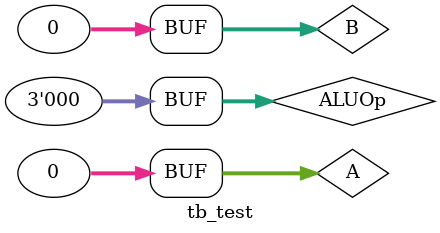
<source format=v>
`timescale 1ns / 1ps


module tb_test;

	// Inputs
	reg [31:0] A;
	reg [31:0] B;
	reg [2:0] ALUOp;

	// Outputs
	wire [31:0] C;

	// Instantiate the Unit Under Test (UUT)
	alu uut (
		.A(A), 
		.B(B), 
		.ALUOp(ALUOp), 
		.C(C)
	);

	initial begin
		// Initialize Inputs
		A = 0;
		B = 0;
		ALUOp = 0;

		// Wait 100 ns for global reset to finish
		#100;
        
		// Add stimulus here

	end
      
endmodule


</source>
